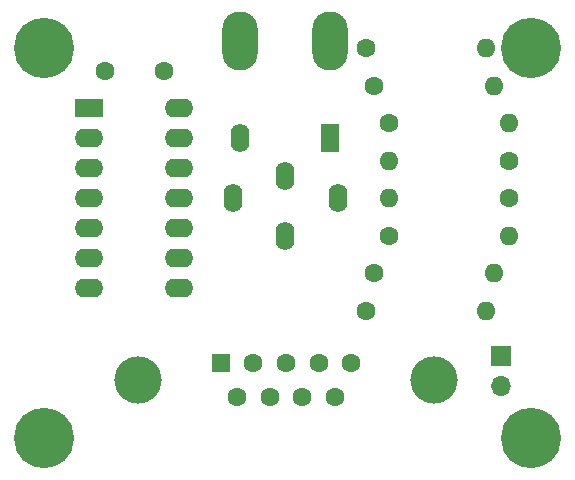
<source format=gbs>
%TF.GenerationSoftware,KiCad,Pcbnew,(5.1.8)-1*%
%TF.CreationDate,2021-01-23T23:47:55+01:00*%
%TF.ProjectId,D32 Joystick Adapter,44333220-4a6f-4797-9374-69636b204164,rev?*%
%TF.SameCoordinates,Original*%
%TF.FileFunction,Soldermask,Bot*%
%TF.FilePolarity,Negative*%
%FSLAX46Y46*%
G04 Gerber Fmt 4.6, Leading zero omitted, Abs format (unit mm)*
G04 Created by KiCad (PCBNEW (5.1.8)-1) date 2021-01-23 23:47:55*
%MOMM*%
%LPD*%
G01*
G04 APERTURE LIST*
%ADD10O,1.600000X2.400000*%
%ADD11O,3.000000X5.000000*%
%ADD12R,1.600000X2.400000*%
%ADD13C,5.100000*%
%ADD14R,1.600000X1.600000*%
%ADD15C,1.600000*%
%ADD16C,4.000000*%
%ADD17O,1.600000X1.600000*%
%ADD18R,2.400000X1.600000*%
%ADD19O,2.400000X1.600000*%
%ADD20R,1.700000X1.700000*%
%ADD21O,1.700000X1.700000*%
G04 APERTURE END LIST*
D10*
%TO.C,J1*%
X122682000Y-86360000D03*
X118872000Y-83185000D03*
D11*
X126492000Y-74930000D03*
X118872000Y-74930000D03*
D10*
X118237000Y-88265000D03*
X122682000Y-91440000D03*
X127127000Y-88265000D03*
D12*
X126492000Y-83185000D03*
%TD*%
D13*
%TO.C,M1*%
X102235000Y-108585000D03*
%TD*%
D14*
%TO.C,J2*%
X117200000Y-102235000D03*
D15*
X119970000Y-102235000D03*
X122740000Y-102235000D03*
X125510000Y-102235000D03*
X128280000Y-102235000D03*
X118585000Y-105075000D03*
X121355000Y-105075000D03*
X124125000Y-105075000D03*
X126895000Y-105075000D03*
D16*
X110240000Y-103655000D03*
X135240000Y-103655000D03*
%TD*%
D13*
%TO.C,M2*%
X143510000Y-108585000D03*
%TD*%
%TO.C,M3*%
X143510000Y-75565000D03*
%TD*%
%TO.C,M4*%
X102235000Y-75565000D03*
%TD*%
D17*
%TO.C,R1*%
X139700000Y-97790000D03*
D15*
X129540000Y-97790000D03*
%TD*%
%TO.C,R2*%
X129540000Y-75565000D03*
D17*
X139700000Y-75565000D03*
%TD*%
D15*
%TO.C,R3*%
X130175000Y-78740000D03*
D17*
X140335000Y-78740000D03*
%TD*%
%TO.C,R4*%
X131445000Y-85090000D03*
D15*
X141605000Y-85090000D03*
%TD*%
D17*
%TO.C,R5*%
X140335000Y-94615000D03*
D15*
X130175000Y-94615000D03*
%TD*%
%TO.C,R6*%
X131445000Y-81915000D03*
D17*
X141605000Y-81915000D03*
%TD*%
D15*
%TO.C,R7*%
X131445000Y-91440000D03*
D17*
X141605000Y-91440000D03*
%TD*%
%TO.C,R8*%
X131445000Y-88265000D03*
D15*
X141605000Y-88265000D03*
%TD*%
D18*
%TO.C,U1*%
X106045000Y-80645000D03*
D19*
X113665000Y-95885000D03*
X106045000Y-83185000D03*
X113665000Y-93345000D03*
X106045000Y-85725000D03*
X113665000Y-90805000D03*
X106045000Y-88265000D03*
X113665000Y-88265000D03*
X106045000Y-90805000D03*
X113665000Y-85725000D03*
X106045000Y-93345000D03*
X113665000Y-83185000D03*
X106045000Y-95885000D03*
X113665000Y-80645000D03*
%TD*%
D15*
%TO.C,C1*%
X112395000Y-77470000D03*
X107395000Y-77470000D03*
%TD*%
D20*
%TO.C,JP1*%
X140970000Y-101600000D03*
D21*
X140970000Y-104140000D03*
%TD*%
M02*

</source>
